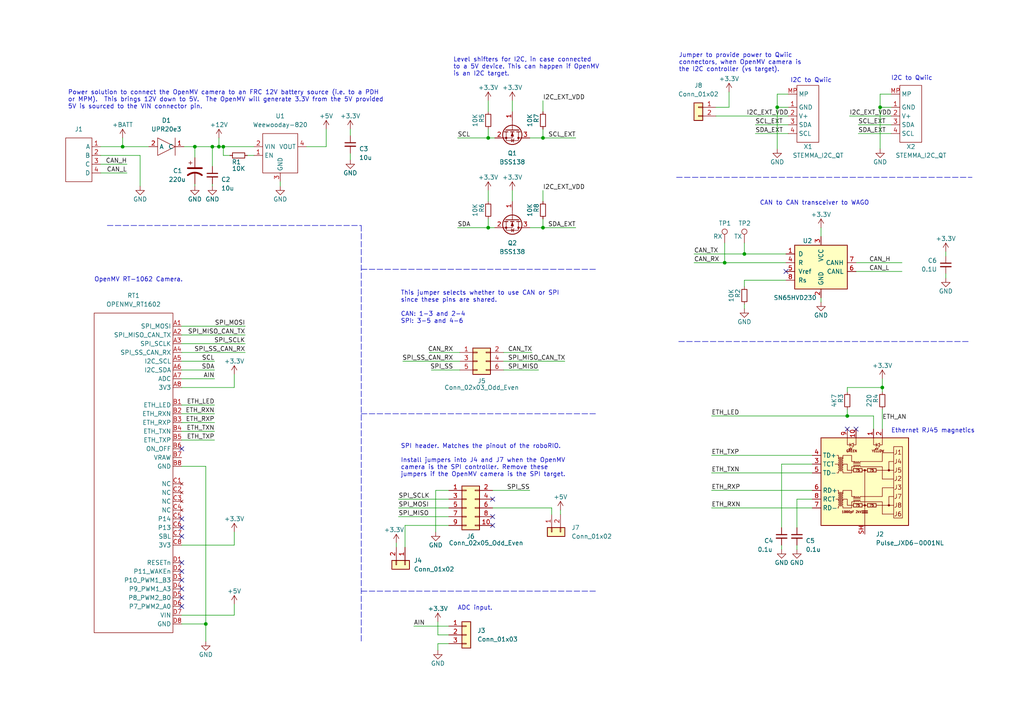
<source format=kicad_sch>
(kicad_sch (version 20211123) (generator eeschema)
  (paper "A4")
  (lib_symbols
    (symbol "Appreciate:OPENMV_RT1602"
      (property "Reference" "RT1602" (at -6.35 -43.18 0))
      (property "Value" "OPENMV_RT1602" (at 0 -48.26 0))
      (symbol "OPENMV_RT1602_0_1"
        (rectangle (start 10.16 -45.72) (end -12.7 46.99))
      )
      (symbol "OPENMV_RT1602_1_1"
        (pin passive line (at 12.7 43.18 180) (length 2.54) (name "SPI_MOSI") (number "A1"))
        (pin passive line (at 12.7 40.64 180) (length 2.54) (name "SPI_MISO_CAN_TX") (number "A2"))
        (pin passive line (at 12.7 38.1 180) (length 2.54) (name "SPI_SCLK") (number "A3"))
        (pin passive line (at 12.7 35.56 180) (length 2.54) (name "SPI_SS_CAN_RX") (number "A4"))
        (pin passive line (at 12.7 33.02 180) (length 2.54) (name "I2C_SCL") (number "A5"))
        (pin passive line (at 12.7 30.48 180) (length 2.54) (name "I2C_SDA") (number "A6"))
        (pin passive line (at 12.7 27.94 180) (length 2.54) (name "ADC") (number "A7"))
        (pin passive line (at 12.7 25.4 180) (length 2.54) (name "3V3") (number "A8"))
        (pin passive line (at 12.7 20.32 180) (length 2.54) (name "ETH_LED") (number "B1"))
        (pin passive line (at 12.7 17.78 180) (length 2.54) (name "ETH_RXN") (number "B2"))
        (pin passive line (at 12.7 15.24 180) (length 2.54) (name "ETH_RXP") (number "B3"))
        (pin passive line (at 12.7 12.7 180) (length 2.54) (name "ETH_TXN") (number "B4"))
        (pin passive line (at 12.7 10.16 180) (length 2.54) (name "ETH_TXP") (number "B5"))
        (pin passive line (at 12.7 7.62 180) (length 2.54) (name "ON_OFF") (number "B6"))
        (pin passive line (at 12.7 5.08 180) (length 2.54) (name "VRAW") (number "B7"))
        (pin passive line (at 12.7 2.54 180) (length 2.54) (name "GND") (number "B8"))
        (pin no_connect line (at 12.7 -2.54 180) (length 2.54) (name "NC") (number "C1"))
        (pin no_connect line (at 12.7 -5.08 180) (length 2.54) (name "NC") (number "C2"))
        (pin no_connect line (at 12.7 -7.62 180) (length 2.54) (name "NC") (number "C3"))
        (pin no_connect line (at 12.7 -10.16 180) (length 2.54) (name "NC") (number "C4"))
        (pin passive line (at 12.7 -12.7 180) (length 2.54) (name "P14") (number "C5"))
        (pin passive line (at 12.7 -15.24 180) (length 2.54) (name "P13") (number "C6"))
        (pin passive line (at 12.7 -17.78 180) (length 2.54) (name "SBL") (number "C7"))
        (pin passive line (at 12.7 -20.32 180) (length 2.54) (name "3V3") (number "C8"))
        (pin passive line (at 12.7 -25.4 180) (length 2.54) (name "RESETn") (number "D1"))
        (pin passive line (at 12.7 -27.94 180) (length 2.54) (name "P11_WAKEn") (number "D2"))
        (pin passive line (at 12.7 -30.48 180) (length 2.54) (name "P10_PWM1_B3") (number "D3"))
        (pin passive line (at 12.7 -33.02 180) (length 2.54) (name "P9_PWM1_A3") (number "D4"))
        (pin passive line (at 12.7 -35.56 180) (length 2.54) (name "P8_PWM2_B0") (number "D5"))
        (pin passive line (at 12.7 -38.1 180) (length 2.54) (name "P7_PWM2_A0") (number "D6"))
        (pin passive line (at 12.7 -40.64 180) (length 2.54) (name "VIN") (number "D7"))
        (pin passive line (at 12.7 -43.18 180) (length 2.54) (name "GND") (number "D8"))
      )
    )
    (symbol "Appreciate:STEMMA_I2C_QT"
      (property "Reference" "X" (at 2.54 20.32 0))
      (property "Value" "STEMMA_I2C_QT" (at 2.54 -2.54 0))
      (symbol "STEMMA_I2C_QT_0_1"
        (rectangle (start 0 16.51) (end 6.35 0))
      )
      (symbol "STEMMA_I2C_QT_1_1"
        (pin passive line (at -2.54 10.16 0) (length 2.54) (name "GND") (number "1"))
        (pin passive line (at -2.54 7.62 0) (length 2.54) (name "V+") (number "2"))
        (pin bidirectional line (at -2.54 5.08 0) (length 2.54) (name "SDA") (number "3"))
        (pin bidirectional line (at -2.54 2.54 0) (length 2.54) (name "SCL") (number "4"))
        (pin passive line (at -2.54 13.97 0) (length 2.54) (name "MP") (number "MP"))
      )
    )
    (symbol "Appreciate:UPR20e3"
      (property "Reference" "D" (at 0 0 0))
      (property "Value" "UPR20e3" (at 0 7.62 0))
      (symbol "UPR20e3_0_1"
        (polyline (pts (xy 2.54 6.35) (xy 2.54 1.27)))
        (polyline (pts (xy -2.54 6.35) (xy -2.54 1.27) (xy 2.54 3.81) (xy -2.54 6.35)))
      )
      (symbol "UPR20e3_1_1"
        (pin power_out line (at 5.08 3.81 180) (length 2.54) (name "C") (number "1"))
        (pin power_in line (at -5.08 3.81 0) (length 2.54) (name "A") (number "2"))
      )
    )
    (symbol "Appreciate:WAGO_250-204"
      (property "Reference" "X" (at -1.27 7.62 0))
      (property "Value" "WAGO_250-204" (at -1.27 -7.62 0))
      (symbol "WAGO_250-204_0_1"
        (rectangle (start -5.08 6.35) (end 2.54 -6.35))
      )
      (symbol "WAGO_250-204_1_1"
        (pin bidirectional line (at 5.08 3.81 180) (length 2.54) (name "A") (number "1"))
        (pin bidirectional line (at 5.08 1.27 180) (length 2.54) (name "B") (number "2"))
        (pin bidirectional line (at 5.08 -1.27 180) (length 2.54) (name "C") (number "3"))
        (pin bidirectional line (at 5.08 -3.81 180) (length 2.54) (name "D") (number "4"))
      )
    )
    (symbol "Appreciate:Weewooday-820"
      (property "Reference" "U" (at 0 10.16 0))
      (property "Value" "Weewooday-820" (at 0 13.97 0))
      (symbol "Weewooday-820_0_1"
        (rectangle (start -5.08 11.43) (end 5.08 0))
      )
      (symbol "Weewooday-820_1_1"
        (pin input line (at -7.62 5.08 0) (length 2.54) (name "EN") (number "1"))
        (pin power_in line (at -7.62 7.62 0) (length 2.54) (name "VIN") (number "2"))
        (pin input line (at 0 -2.54 90) (length 2.54) (name "GND") (number "3"))
        (pin power_out line (at 7.62 7.62 180) (length 2.54) (name "VOUT") (number "4"))
      )
    )
    (symbol "Connector:Pulse_JXD6-0001NL"
      (property "Reference" "J" (at 12.7 13.97 0))
      (property "Value" "Pulse_JXD6-0001NL" (at 10.414 -14.224 0))
      (symbol "Pulse_JXD6-0001NL_0_0"
        (rectangle (start -12.7 12.7) (end 12.7 -12.7) (stroke (width 0.254)) (fill (type background)))
        (polyline (pts (xy -3.302 -6.858) (xy -8.382 -6.858)))
        (polyline (pts (xy -3.302 3.302) (xy -8.382 3.302)))
        (polyline (pts (xy 8.382 -5.08) (xy 7.62 -5.08)))
        (polyline (pts (xy 8.636 5.08) (xy 7.62 5.08)))
        (polyline (pts (xy 1.27 -4.318) (xy -5.08 -4.318) (xy -5.08 -1.778) (xy -8.382 -1.778)))
        (polyline (pts (xy 1.27 5.842) (xy -5.08 5.842) (xy -5.08 8.382) (xy -8.382 8.382)))
        (polyline (pts (xy 3.302 -6.858) (xy 5.08 -6.858) (xy 5.08 -5.08) (xy 6.35 -5.08)))
        (polyline (pts (xy 3.302 3.302) (xy 5.08 3.302) (xy 5.08 5.08) (xy 6.35 5.08)))
        (text "1000pF 2kV" (at 3.81 -8.763 0) (effects (font (size 0.635 0.635))))
        (text "75" (at -2.032 -6.858 0) (effects (font (size 0.635 0.635))))
        (text "75" (at -2.032 3.302 0) (effects (font (size 0.635 0.635))))
        (text "75" (at 2.032 -6.858 0) (effects (font (size 0.635 0.635))))
        (text "75" (at 2.032 3.302 0) (effects (font (size 0.635 0.635))))
        (text "GREEN" (at 3.81 8.89 0) (effects (font (size 0.635 0.635))))
        (text "J1" (at -10.795 8.509 0) (effects (font (size 1.27 1.27)) (justify left)))
        (text "J2" (at -10.795 0.889 0) (effects (font (size 1.27 1.27)) (justify left)))
        (text "J3" (at -10.795 -1.651 0) (effects (font (size 1.27 1.27)) (justify left)))
        (text "J4" (at -10.795 5.842 0) (effects (font (size 1.27 1.27)) (justify left)))
        (text "J5" (at -10.795 3.302 0) (effects (font (size 1.27 1.27)) (justify left)))
        (text "J6" (at -10.795 -9.398 0) (effects (font (size 1.27 1.27)) (justify left)))
        (text "J7" (at -10.795 -4.318 0) (effects (font (size 1.27 1.27)) (justify left)))
        (text "J8" (at -10.795 -6.858 0) (effects (font (size 1.27 1.27)) (justify left)))
        (text "YELLOW" (at -3.81 8.89 0) (effects (font (size 0.635 0.635))))
      )
      (symbol "Pulse_JXD6-0001NL_0_1"
        (rectangle (start -8.382 -10.541) (end -10.922 10.16))
        (circle (center -6.985 -6.858) (radius 0.254) (fill (type outline)))
        (circle (center -6.985 3.302) (radius 0.254) (fill (type outline)))
        (rectangle (start -3.302 -7.366) (end -0.762 -6.35) (stroke (width 0.2032)))
        (rectangle (start -3.302 2.794) (end -0.762 3.81) (stroke (width 0.2032)))
        (circle (center 0 -6.858) (radius 0.254) (fill (type outline)))
        (polyline (pts (xy -5.08 -9.398) (xy -8.255 -9.398)))
        (polyline (pts (xy -5.08 0.762) (xy -8.255 0.762)))
        (polyline (pts (xy -3.556 9.398) (xy -4.064 9.906)))
        (polyline (pts (xy -3.302 11.176) (xy -3.302 10.16)))
        (polyline (pts (xy -3.048 9.398) (xy -3.556 9.906)))
        (polyline (pts (xy -0.762 -9.017) (xy 0.762 -9.017)) (stroke (width 0.3302)))
        (polyline (pts (xy -0.762 -8.509) (xy 0.762 -8.509)) (stroke (width 0.3048)))
        (polyline (pts (xy 0 3.302) (xy -0.762 3.302)))
        (polyline (pts (xy 0.762 -6.858) (xy -0.762 -6.858)))
        (polyline (pts (xy 1.27 -5.334) (xy 3.302 -5.334)))
        (polyline (pts (xy 1.27 4.826) (xy 3.302 4.826)))
        (polyline (pts (xy 3.302 -4.826) (xy 1.27 -4.826)))
        (polyline (pts (xy 3.302 5.334) (xy 1.27 5.334)))
        (polyline (pts (xy 4.064 9.398) (xy 3.556 9.906)))
        (polyline (pts (xy 4.318 11.176) (xy 4.318 10.16)))
        (polyline (pts (xy 4.572 9.398) (xy 4.064 9.906)))
        (polyline (pts (xy 6.858 -3.048) (xy 6.858 -7.112)))
        (polyline (pts (xy 6.858 7.112) (xy 6.858 3.048)))
        (polyline (pts (xy 7.112 -7.112) (xy 7.112 -3.048)))
        (polyline (pts (xy 7.112 3.048) (xy 7.112 7.112)))
        (polyline (pts (xy -6.985 -6.858) (xy -6.985 -4.318) (xy -8.255 -4.318)))
        (polyline (pts (xy -6.985 3.302) (xy -6.985 5.842) (xy -8.255 5.842)))
        (polyline (pts (xy -5.08 12.7) (xy -5.08 10.668) (xy -4.318 10.668)))
        (polyline (pts (xy -3.556 9.652) (xy -3.556 9.398) (xy -3.81 9.398)))
        (polyline (pts (xy -3.048 9.652) (xy -3.048 9.398) (xy -3.302 9.398)))
        (polyline (pts (xy -2.54 12.7) (xy -2.54 10.668) (xy -3.302 10.668)))
        (polyline (pts (xy 0 -12.7) (xy 0 3.302) (xy 0.635 3.302)))
        (polyline (pts (xy 1.27 -5.842) (xy -5.08 -5.842) (xy -5.08 -9.398)))
        (polyline (pts (xy 1.27 4.318) (xy -5.08 4.318) (xy -5.08 0.762)))
        (polyline (pts (xy 2.54 12.7) (xy 2.54 10.668) (xy 3.302 10.668)))
        (polyline (pts (xy 4.064 9.652) (xy 4.064 9.398) (xy 3.81 9.398)))
        (polyline (pts (xy 4.572 9.652) (xy 4.572 9.398) (xy 4.318 9.398)))
        (polyline (pts (xy 5.08 12.7) (xy 5.08 10.668) (xy 4.318 10.668)))
        (polyline (pts (xy 7.62 -7.112) (xy 7.62 -7.62) (xy 7.874 -7.62)))
        (polyline (pts (xy 7.62 -3.048) (xy 7.62 -2.54) (xy 7.874 -2.54)))
        (polyline (pts (xy 7.62 3.048) (xy 7.62 2.54) (xy 8.128 2.54)))
        (polyline (pts (xy 7.62 7.112) (xy 7.62 7.62) (xy 8.128 7.62)))
        (polyline (pts (xy -3.302 10.668) (xy -4.318 11.176) (xy -4.318 10.16) (xy -3.302 10.668)))
        (polyline (pts (xy 4.318 10.668) (xy 3.302 11.176) (xy 3.302 10.16) (xy 4.318 10.668)))
        (polyline (pts (xy 3.302 -4.318) (xy 3.81 -4.318) (xy 3.81 -2.54) (xy 6.35 -2.54) (xy 6.35 -3.048)))
        (polyline (pts (xy 3.302 5.842) (xy 3.81 5.842) (xy 3.81 7.62) (xy 6.35 7.62) (xy 6.35 7.112)))
        (polyline (pts (xy 6.35 -7.112) (xy 6.35 -7.62) (xy 3.81 -7.62) (xy 3.81 -5.842) (xy 3.302 -5.842)))
        (polyline (pts (xy 6.35 3.048) (xy 6.35 2.54) (xy 3.81 2.54) (xy 3.81 4.318) (xy 3.302 4.318)))
        (circle (center 0 3.302) (radius 0.254) (fill (type outline)))
        (rectangle (start 0.762 -7.366) (end 3.302 -6.35) (stroke (width 0.2032)))
        (rectangle (start 0.762 2.794) (end 3.302 3.81) (stroke (width 0.2032)))
        (arc (start 1.27 -4.318) (mid 1.524 -4.572) (end 1.778 -4.318))
        (arc (start 1.27 5.842) (mid 1.524 5.588) (end 1.778 5.842))
        (arc (start 1.778 -5.842) (mid 1.524 -5.588) (end 1.27 -5.842))
        (arc (start 1.778 -4.318) (mid 2.032 -4.572) (end 2.286 -4.318))
        (arc (start 1.778 4.318) (mid 1.524 4.572) (end 1.27 4.318))
        (arc (start 1.778 5.842) (mid 2.032 5.588) (end 2.286 5.842))
        (arc (start 2.286 -5.842) (mid 2.032 -5.588) (end 1.778 -5.842))
        (arc (start 2.286 -4.318) (mid 2.54 -4.572) (end 2.794 -4.318))
        (arc (start 2.286 4.318) (mid 2.032 4.572) (end 1.778 4.318))
        (arc (start 2.286 5.842) (mid 2.54 5.588) (end 2.794 5.842))
        (arc (start 2.794 -5.842) (mid 2.54 -5.588) (end 2.286 -5.842))
        (arc (start 2.794 -4.318) (mid 3.048 -4.572) (end 3.302 -4.318))
        (arc (start 2.794 4.318) (mid 2.54 4.572) (end 2.286 4.318))
        (arc (start 2.794 5.842) (mid 3.048 5.588) (end 3.302 5.842))
        (circle (center 3.048 -5.8674) (radius 0.0762) (stroke (width 0.0254)) (fill (type outline)))
        (circle (center 3.048 -4.2926) (radius 0.0762) (stroke (width 0.0254)) (fill (type outline)))
        (circle (center 3.048 4.2926) (radius 0.0762) (stroke (width 0.0254)) (fill (type outline)))
        (circle (center 3.048 5.8674) (radius 0.0762) (stroke (width 0.0254)) (fill (type outline)))
        (arc (start 3.302 -5.842) (mid 3.048 -5.588) (end 2.794 -5.842))
        (arc (start 3.302 4.318) (mid 3.048 4.572) (end 2.794 4.318))
        (circle (center 6.3246 -5.334) (radius 0.0762) (stroke (width 0.0254)) (fill (type outline)))
        (circle (center 6.3246 -3.302) (radius 0.0762) (stroke (width 0.0254)) (fill (type outline)))
        (circle (center 6.3246 4.826) (radius 0.0762) (stroke (width 0.0254)) (fill (type outline)))
        (circle (center 6.3246 6.858) (radius 0.0762) (stroke (width 0.0254)) (fill (type outline)))
        (arc (start 6.35 -7.112) (mid 6.604 -6.858) (end 6.35 -6.604))
        (arc (start 6.35 -6.604) (mid 6.604 -6.35) (end 6.35 -6.096))
        (arc (start 6.35 -6.096) (mid 6.604 -5.842) (end 6.35 -5.588))
        (arc (start 6.35 -5.588) (mid 6.604 -5.334) (end 6.35 -5.08))
        (arc (start 6.35 -5.08) (mid 6.604 -4.826) (end 6.35 -4.572))
        (arc (start 6.35 -4.572) (mid 6.604 -4.318) (end 6.35 -4.064))
        (arc (start 6.35 -4.064) (mid 6.604 -3.81) (end 6.35 -3.556))
        (arc (start 6.35 -3.556) (mid 6.604 -3.302) (end 6.35 -3.048))
        (arc (start 6.35 3.048) (mid 6.604 3.302) (end 6.35 3.556))
        (arc (start 6.35 3.556) (mid 6.604 3.81) (end 6.35 4.064))
        (arc (start 6.35 4.064) (mid 6.604 4.318) (end 6.35 4.572))
        (arc (start 6.35 4.572) (mid 6.604 4.826) (end 6.35 5.08))
        (arc (start 6.35 5.08) (mid 6.604 5.334) (end 6.35 5.588))
        (arc (start 6.35 5.588) (mid 6.604 5.842) (end 6.35 6.096))
        (arc (start 6.35 6.096) (mid 6.604 6.35) (end 6.35 6.604))
        (arc (start 6.35 6.604) (mid 6.604 6.858) (end 6.35 7.112))
        (arc (start 7.62 -6.604) (mid 7.366 -6.858) (end 7.62 -7.112))
        (arc (start 7.62 -6.096) (mid 7.366 -6.35) (end 7.62 -6.604))
        (arc (start 7.62 -5.588) (mid 7.366 -5.842) (end 7.62 -6.096))
        (arc (start 7.62 -5.08) (mid 7.366 -5.334) (end 7.62 -5.588))
        (arc (start 7.62 -4.572) (mid 7.366 -4.826) (end 7.62 -5.08))
        (arc (start 7.62 -4.064) (mid 7.366 -4.318) (end 7.62 -4.572))
        (arc (start 7.62 -3.556) (mid 7.366 -3.81) (end 7.62 -4.064))
        (arc (start 7.62 -3.048) (mid 7.366 -3.302) (end 7.62 -3.556))
        (arc (start 7.62 3.556) (mid 7.366 3.302) (end 7.62 3.048))
        (arc (start 7.62 4.064) (mid 7.366 3.81) (end 7.62 3.556))
        (arc (start 7.62 4.572) (mid 7.366 4.318) (end 7.62 4.064))
        (arc (start 7.62 5.08) (mid 7.366 4.826) (end 7.62 4.572))
        (arc (start 7.62 5.588) (mid 7.366 5.334) (end 7.62 5.08))
        (arc (start 7.62 6.096) (mid 7.366 5.842) (end 7.62 5.588))
        (arc (start 7.62 6.604) (mid 7.366 6.35) (end 7.62 6.096))
        (arc (start 7.62 7.112) (mid 7.366 6.858) (end 7.62 6.604))
        (circle (center 7.6454 -5.334) (radius 0.0762) (stroke (width 0.0254)) (fill (type outline)))
        (circle (center 7.6454 -3.302) (radius 0.0762) (stroke (width 0.0254)) (fill (type outline)))
        (circle (center 7.6454 4.826) (radius 0.0762) (stroke (width 0.0254)) (fill (type outline)))
        (circle (center 7.6454 6.858) (radius 0.0762) (stroke (width 0.0254)) (fill (type outline)))
      )
      (symbol "Pulse_JXD6-0001NL_1_1"
        (pin passive line (at -2.54 15.24 270) (length 2.54) (name "~") (number "1"))
        (pin passive line (at 2.54 15.24 270) (length 2.54) (name "~") (number "10"))
        (pin passive line (at -5.08 15.24 270) (length 2.54) (name "~") (number "2"))
        (pin passive line (at 15.24 5.08 180) (length 2.54) (name "TCT") (number "3"))
        (pin passive line (at 15.24 7.62 180) (length 2.54) (name "TD+") (number "4"))
        (pin passive line (at 15.24 2.54 180) (length 2.54) (name "TD-") (number "5"))
        (pin passive line (at 15.24 -2.54 180) (length 2.54) (name "RD+") (number "6"))
        (pin passive line (at 15.24 -7.62 180) (length 2.54) (name "RD-") (number "7"))
        (pin passive line (at 15.24 -5.08 180) (length 2.54) (name "RCT") (number "8"))
        (pin passive line (at 5.08 15.24 270) (length 2.54) (name "~") (number "9"))
        (pin passive line (at 0 -15.24 90) (length 2.54) (name "~") (number "SH"))
      )
    )
    (symbol "Connector:TestPoint" (pin_numbers hide) (pin_names (offset 0.762) hide)
      (property "Reference" "TP" (at 0 6.858 0))
      (property "Value" "TestPoint" (at 0 5.08 0))
      (symbol "TestPoint_0_1"
        (circle (center 0 3.302) (radius 0.762))
      )
      (symbol "TestPoint_1_1"
        (pin passive line (at 0 0 90) (length 2.54) (name "1") (number "1"))
      )
    )
    (symbol "Connector_Generic:Conn_01x02" (pin_names (offset 1.016) hide)
      (property "Reference" "J" (at 0 2.54 0))
      (property "Value" "Conn_01x02" (at 0 -5.08 0))
      (symbol "Conn_01x02_1_1"
        (rectangle (start -1.27 -2.413) (end 0 -2.667) (stroke (width 0.1524)))
        (rectangle (start -1.27 0.127) (end 0 -0.127) (stroke (width 0.1524)))
        (rectangle (start -1.27 1.27) (end 1.27 -3.81) (stroke (width 0.254)) (fill (type background)))
        (pin passive line (at -5.08 0 0) (length 3.81) (name "Pin_1") (number "1"))
        (pin passive line (at -5.08 -2.54 0) (length 3.81) (name "Pin_2") (number "2"))
      )
    )
    (symbol "Connector_Generic:Conn_01x03" (pin_names (offset 1.016) hide)
      (property "Reference" "J" (at 0 5.08 0))
      (property "Value" "Conn_01x03" (at 0 -5.08 0))
      (symbol "Conn_01x03_1_1"
        (rectangle (start -1.27 -2.413) (end 0 -2.667) (stroke (width 0.1524)))
        (rectangle (start -1.27 0.127) (end 0 -0.127) (stroke (width 0.1524)))
        (rectangle (start -1.27 2.667) (end 0 2.413) (stroke (width 0.1524)))
        (rectangle (start -1.27 3.81) (end 1.27 -3.81) (stroke (width 0.254)) (fill (type background)))
        (pin passive line (at -5.08 2.54 0) (length 3.81) (name "Pin_1") (number "1"))
        (pin passive line (at -5.08 0 0) (length 3.81) (name "Pin_2") (number "2"))
        (pin passive line (at -5.08 -2.54 0) (length 3.81) (name "Pin_3") (number "3"))
      )
    )
    (symbol "Connector_Generic:Conn_02x03_Odd_Even" (pin_names (offset 1.016) hide)
      (property "Reference" "J" (at 1.27 5.08 0))
      (property "Value" "Conn_02x03_Odd_Even" (at 1.27 -5.08 0))
      (symbol "Conn_02x03_Odd_Even_1_1"
        (rectangle (start -1.27 -2.413) (end 0 -2.667) (stroke (width 0.1524)))
        (rectangle (start -1.27 0.127) (end 0 -0.127) (stroke (width 0.1524)))
        (rectangle (start -1.27 2.667) (end 0 2.413) (stroke (width 0.1524)))
        (rectangle (start -1.27 3.81) (end 3.81 -3.81) (stroke (width 0.254)) (fill (type background)))
        (rectangle (start 3.81 -2.413) (end 2.54 -2.667) (stroke (width 0.1524)))
        (rectangle (start 3.81 0.127) (end 2.54 -0.127) (stroke (width 0.1524)))
        (rectangle (start 3.81 2.667) (end 2.54 2.413) (stroke (width 0.1524)))
        (pin passive line (at -5.08 2.54 0) (length 3.81) (name "Pin_1") (number "1"))
        (pin passive line (at 7.62 2.54 180) (length 3.81) (name "Pin_2") (number "2"))
        (pin passive line (at -5.08 0 0) (length 3.81) (name "Pin_3") (number "3"))
        (pin passive line (at 7.62 0 180) (length 3.81) (name "Pin_4") (number "4"))
        (pin passive line (at -5.08 -2.54 0) (length 3.81) (name "Pin_5") (number "5"))
        (pin passive line (at 7.62 -2.54 180) (length 3.81) (name "Pin_6") (number "6"))
      )
    )
    (symbol "Connector_Generic:Conn_02x05_Odd_Even" (pin_names (offset 1.016) hide)
      (property "Reference" "J" (at 1.27 7.62 0))
      (property "Value" "Conn_02x05_Odd_Even" (at 1.27 -7.62 0))
      (symbol "Conn_02x05_Odd_Even_1_1"
        (rectangle (start -1.27 -4.953) (end 0 -5.207) (stroke (width 0.1524)))
        (rectangle (start -1.27 -2.413) (end 0 -2.667) (stroke (width 0.1524)))
        (rectangle (start -1.27 0.127) (end 0 -0.127) (stroke (width 0.1524)))
        (rectangle (start -1.27 2.667) (end 0 2.413) (stroke (width 0.1524)))
        (rectangle (start -1.27 5.207) (end 0 4.953) (stroke (width 0.1524)))
        (rectangle (start -1.27 6.35) (end 3.81 -6.35) (stroke (width 0.254)) (fill (type background)))
        (rectangle (start 3.81 -4.953) (end 2.54 -5.207) (stroke (width 0.1524)))
        (rectangle (start 3.81 -2.413) (end 2.54 -2.667) (stroke (width 0.1524)))
        (rectangle (start 3.81 0.127) (end 2.54 -0.127) (stroke (width 0.1524)))
        (rectangle (start 3.81 2.667) (end 2.54 2.413) (stroke (width 0.1524)))
        (rectangle (start 3.81 5.207) (end 2.54 4.953) (stroke (width 0.1524)))
        (pin passive line (at -5.08 5.08 0) (length 3.81) (name "Pin_1") (number "1"))
        (pin passive line (at 7.62 -5.08 180) (length 3.81) (name "Pin_10") (number "10"))
        (pin passive line (at 7.62 5.08 180) (length 3.81) (name "Pin_2") (number "2"))
        (pin passive line (at -5.08 2.54 0) (length 3.81) (name "Pin_3") (number "3"))
        (pin passive line (at 7.62 2.54 180) (length 3.81) (name "Pin_4") (number "4"))
        (pin passive line (at -5.08 0 0) (length 3.81) (name "Pin_5") (number "5"))
        (pin passive line (at 7.62 0 180) (length 3.81) (name "Pin_6") (number "6"))
        (pin passive line (at -5.08 -2.54 0) (length 3.81) (name "Pin_7") (number "7"))
        (pin passive line (at 7.62 -2.54 180) (length 3.81) (name "Pin_8") (number "8"))
        (pin passive line (at -5.08 -5.08 0) (length 3.81) (name "Pin_9") (number "9"))
      )
    )
    (symbol "Device:C_Polarized_US" (pin_numbers hide) (pin_names (offset 0.254) hide)
      (property "Reference" "C" (at 0.635 2.54 0))
      (property "Value" "C_Polarized_US" (at 0.635 -2.54 0))
      (symbol "C_Polarized_US_0_1"
        (polyline (pts (xy -2.032 0.762) (xy 2.032 0.762)) (stroke (width 0.508)))
        (polyline (pts (xy -1.778 2.286) (xy -0.762 2.286)))
        (polyline (pts (xy -1.27 1.778) (xy -1.27 2.794)))
        (arc (start 2.032 -1.27) (mid 0 -0.5572) (end -2.032 -1.27) (stroke (width 0.508)))
      )
      (symbol "C_Polarized_US_1_1"
        (pin passive line (at 0 3.81 270) (length 2.794) (name "~") (number "1"))
        (pin passive line (at 0 -3.81 90) (length 3.302) (name "~") (number "2"))
      )
    )
    (symbol "Device:C_Small" (pin_numbers hide) (pin_names (offset 0.254) hide)
      (property "Reference" "C" (at 0.254 1.778 0))
      (property "Value" "C_Small" (at 0.254 -2.032 0))
      (symbol "C_Small_0_1"
        (polyline (pts (xy -1.524 -0.508) (xy 1.524 -0.508)) (stroke (width 0.3302)))
        (polyline (pts (xy -1.524 0.508) (xy 1.524 0.508)) (stroke (width 0.3048)))
      )
      (symbol "C_Small_1_1"
        (pin passive line (at 0 2.54 270) (length 2.032) (name "~") (number "1"))
        (pin passive line (at 0 -2.54 90) (length 2.032) (name "~") (number "2"))
      )
    )
    (symbol "Device:R_Small" (pin_numbers hide) (pin_names (offset 0.254) hide)
      (property "Reference" "R" (at 0.762 0.508 0))
      (property "Value" "R_Small" (at 0.762 -1.016 0))
      (symbol "R_Small_0_1"
        (rectangle (start -0.762 1.778) (end 0.762 -1.778) (stroke (width 0.2032)))
      )
      (symbol "R_Small_1_1"
        (pin passive line (at 0 2.54 270) (length 0.762) (name "~") (number "1"))
        (pin passive line (at 0 -2.54 90) (length 0.762) (name "~") (number "2"))
      )
    )
    (symbol "Interface_CAN_LIN:SN65HVD230" (pin_names (offset 1.016))
      (property "Reference" "U" (at -2.54 10.16 0))
      (property "Value" "SN65HVD230" (at -2.54 7.62 0))
      (symbol "SN65HVD230_0_1"
        (rectangle (start -7.62 5.08) (end 7.62 -7.62) (stroke (width 0.254)) (fill (type background)))
      )
      (symbol "SN65HVD230_1_1"
        (pin input line (at -10.16 2.54 0) (length 2.54) (name "D") (number "1"))
        (pin power_in line (at 0 -10.16 90) (length 2.54) (name "GND") (number "2"))
        (pin power_in line (at 0 7.62 270) (length 2.54) (name "VCC") (number "3"))
        (pin output line (at -10.16 0 0) (length 2.54) (name "R") (number "4"))
        (pin output line (at -10.16 -2.54 0) (length 2.54) (name "Vref") (number "5"))
        (pin bidirectional line (at 10.16 -2.54 180) (length 2.54) (name "CANL") (number "6"))
        (pin bidirectional line (at 10.16 0 180) (length 2.54) (name "CANH") (number "7"))
        (pin input line (at -10.16 -5.08 0) (length 2.54) (name "Rs") (number "8"))
      )
    )
    (symbol "Transistor_FET:BSS138" (pin_names hide)
      (property "Reference" "Q" (at 5.08 1.905 0))
      (property "Value" "BSS138" (at 5.08 0 0))
      (symbol "BSS138_0_1"
        (polyline (pts (xy 0.254 0) (xy -2.54 0)))
        (polyline (pts (xy 0.254 1.905) (xy 0.254 -1.905)) (stroke (width 0.254)))
        (polyline (pts (xy 0.762 -1.27) (xy 0.762 -2.286)) (stroke (width 0.254)))
        (polyline (pts (xy 0.762 0.508) (xy 0.762 -0.508)) (stroke (width 0.254)))
        (polyline (pts (xy 0.762 2.286) (xy 0.762 1.27)) (stroke (width 0.254)))
        (polyline (pts (xy 2.54 2.54) (xy 2.54 1.778)))
        (polyline (pts (xy 2.54 -2.54) (xy 2.54 0) (xy 0.762 0)))
        (polyline (pts (xy 0.762 -1.778) (xy 3.302 -1.778) (xy 3.302 1.778) (xy 0.762 1.778)))
        (polyline (pts (xy 1.016 0) (xy 2.032 0.381) (xy 2.032 -0.381) (xy 1.016 0)) (fill (type outline)))
        (polyline (pts (xy 2.794 0.508) (xy 2.921 0.381) (xy 3.683 0.381) (xy 3.81 0.254)))
        (polyline (pts (xy 3.302 0.381) (xy 2.921 -0.254) (xy 3.683 -0.254) (xy 3.302 0.381)))
        (circle (center 1.651 0) (radius 2.794) (stroke (width 0.254)))
        (circle (center 2.54 -1.778) (radius 0.254) (fill (type outline)))
        (circle (center 2.54 1.778) (radius 0.254) (fill (type outline)))
      )
      (symbol "BSS138_1_1"
        (pin input line (at -5.08 0 0) (length 2.54) (name "G") (number "1"))
        (pin passive line (at 2.54 -5.08 90) (length 2.54) (name "S") (number "2"))
        (pin passive line (at 2.54 5.08 270) (length 2.54) (name "D") (number "3"))
      )
    )
    (symbol "power:+12V" (power) (pin_names (offset 0))
      (property "Value" "+12V" (at 0 3.556 0))
      (symbol "+12V_0_1"
        (polyline (pts (xy -0.762 1.27) (xy 0 2.54)))
        (polyline (pts (xy 0 0) (xy 0 2.54)))
        (polyline (pts (xy 0 2.54) (xy 0.762 1.27)))
      )
      (symbol "+12V_1_1"
        (pin power_in line (at 0 0 90) (length 0) hide (name "+12V") (number "1"))
      )
    )
    (symbol "power:+3.3V" (power) (pin_names (offset 0))
      (property "Value" "+3.3V" (at 0 3.556 0))
      (symbol "+3.3V_0_1"
        (polyline (pts (xy -0.762 1.27) (xy 0 2.54)))
        (polyline (pts (xy 0 0) (xy 0 2.54)))
        (polyline (pts (xy 0 2.54) (xy 0.762 1.27)))
      )
      (symbol "+3.3V_1_1"
        (pin power_in line (at 0 0 90) (length 0) hide (name "+3.3V") (number "1"))
      )
    )
    (symbol "power:+5V" (power) (pin_names (offset 0))
      (property "Value" "+5V" (at 0 3.556 0))
      (symbol "+5V_0_1"
        (polyline (pts (xy -0.762 1.27) (xy 0 2.54)))
        (polyline (pts (xy 0 0) (xy 0 2.54)))
        (polyline (pts (xy 0 2.54) (xy 0.762 1.27)))
      )
      (symbol "+5V_1_1"
        (pin power_in line (at 0 0 90) (length 0) hide (name "+5V") (number "1"))
      )
    )
    (symbol "power:+BATT" (power) (pin_names (offset 0))
      (property "Value" "+BATT" (at 0 3.556 0))
      (symbol "+BATT_0_1"
        (polyline (pts (xy -0.762 1.27) (xy 0 2.54)))
        (polyline (pts (xy 0 0) (xy 0 2.54)))
        (polyline (pts (xy 0 2.54) (xy 0.762 1.27)))
      )
      (symbol "+BATT_1_1"
        (pin power_in line (at 0 0 90) (length 0) hide (name "+BATT") (number "1"))
      )
    )
    (symbol "power:GND" (power) (pin_names (offset 0))
      (property "Value" "GND" (at 0 -3.81 0))
      (symbol "GND_0_1"
        (polyline (pts (xy 0 0) (xy 0 -1.27) (xy 1.27 -1.27) (xy 0 -2.54) (xy -1.27 -1.27) (xy 0 -1.27)))
      )
      (symbol "GND_1_1"
        (pin power_in line (at 0 0 270) (length 0) hide (name "GND") (number "1"))
      )
    )
  )
  (junction (at 59.69 180.975))
  (junction (at 255.905 112.395))
  (junction (at 141.605 66.04))
  (junction (at 210.185 76.2))
  (junction (at 61.595 42.545))
  (junction (at 255.27 31.115))
  (junction (at 141.605 40.005))
  (junction (at 157.48 66.04))
  (junction (at 35.56 42.545))
  (junction (at 215.9 73.66))
  (junction (at 56.515 42.545))
  (junction (at 63.5 42.545))
  (junction (at 225.425 31.115))
  (junction (at 64.77 42.545))
  (junction (at 157.48 40.005))
  (junction (at 245.745 120.65))
  (no_connect (at 142.875 149.86))
  (no_connect (at 142.875 152.4))
  (no_connect (at 142.875 144.78))
  (no_connect (at 227.965 78.74))
  (no_connect (at 248.285 124.46))
  (no_connect (at 245.745 124.46))
  (no_connect (at 52.705 153.035))
  (no_connect (at 52.705 130.175))
  (no_connect (at 52.705 150.495))
  (no_connect (at 52.705 163.195))
  (no_connect (at 52.705 155.575))
  (no_connect (at 52.705 173.355))
  (no_connect (at 52.705 170.815))
  (no_connect (at 52.705 168.275))
  (no_connect (at 52.705 165.735))
  (no_connect (at 52.705 175.895))
  (polyline (pts (xy 196.215 51.435) (xy 281.94 51.435)))
  (wire (pts (xy 215.9 81.28) (xy 227.965 81.28)))
  (wire (pts (xy 231.14 153.035) (xy 231.14 144.78)))
  (wire (pts (xy 52.705 94.615) (xy 71.12 94.615)))
  (wire (pts (xy 219.075 38.735) (xy 228.6 38.735)))
  (wire (pts (xy 215.9 83.185) (xy 215.9 81.28)))
  (wire (pts (xy 142.875 147.32) (xy 160.02 147.32)))
  (wire (pts (xy 116.84 104.775) (xy 133.35 104.775)))
  (wire (pts (xy 255.905 118.745) (xy 255.905 124.46)))
  (wire (pts (xy 255.27 31.115) (xy 258.445 31.115)))
  (wire (pts (xy 29.21 45.085) (xy 40.64 45.085)))
  (wire (pts (xy 52.705 97.155) (xy 71.12 97.155)))
  (wire (pts (xy 157.48 63.5) (xy 157.48 66.04)))
  (wire (pts (xy 245.745 118.745) (xy 245.745 120.65)))
  (wire (pts (xy 67.945 158.115) (xy 52.705 158.115)))
  (wire (pts (xy 130.175 152.4) (xy 117.475 152.4)))
  (wire (pts (xy 71.755 45.085) (xy 73.66 45.085)))
  (wire (pts (xy 132.715 66.04) (xy 141.605 66.04)))
  (wire (pts (xy 225.425 27.305) (xy 225.425 31.115)))
  (wire (pts (xy 226.695 158.115) (xy 226.695 159.385)))
  (wire (pts (xy 29.21 50.165) (xy 36.83 50.165)))
  (wire (pts (xy 67.945 112.395) (xy 52.705 112.395)))
  (wire (pts (xy 126.365 142.24) (xy 126.365 154.305)))
  (wire (pts (xy 157.48 29.21) (xy 157.48 32.385)))
  (wire (pts (xy 115.57 144.78) (xy 130.175 144.78)))
  (wire (pts (xy 127 186.69) (xy 130.175 186.69)))
  (wire (pts (xy 52.705 99.695) (xy 71.12 99.695)))
  (wire (pts (xy 59.69 180.975) (xy 59.69 186.055)))
  (wire (pts (xy 274.32 73.025) (xy 274.32 74.295)))
  (wire (pts (xy 238.125 86.36) (xy 238.125 87.63)))
  (wire (pts (xy 66.675 45.085) (xy 64.77 45.085)))
  (wire (pts (xy 146.05 102.235) (xy 154.305 102.235)))
  (wire (pts (xy 59.69 135.255) (xy 59.69 180.975)))
  (wire (pts (xy 40.64 53.975) (xy 40.64 45.085)))
  (wire (pts (xy 127 188.595) (xy 127 186.69)))
  (wire (pts (xy 81.28 52.705) (xy 81.28 53.975)))
  (polyline (pts (xy 104.775 78.105) (xy 172.72 78.105)))
  (wire (pts (xy 142.875 142.24) (xy 153.67 142.24)))
  (wire (pts (xy 246.38 33.655) (xy 258.445 33.655)))
  (wire (pts (xy 35.56 40.005) (xy 35.56 42.545)))
  (wire (pts (xy 52.705 120.015) (xy 62.23 120.015)))
  (wire (pts (xy 248.92 38.735) (xy 258.445 38.735)))
  (wire (pts (xy 127 184.15) (xy 130.175 184.15)))
  (wire (pts (xy 52.705 135.255) (xy 59.69 135.255)))
  (wire (pts (xy 253.365 124.46) (xy 253.365 120.65)))
  (wire (pts (xy 148.59 55.245) (xy 148.59 58.42)))
  (wire (pts (xy 101.6 44.45) (xy 101.6 46.355)))
  (wire (pts (xy 120.015 181.61) (xy 130.175 181.61)))
  (wire (pts (xy 63.5 40.005) (xy 63.5 42.545)))
  (wire (pts (xy 52.705 127.635) (xy 62.23 127.635)))
  (wire (pts (xy 115.57 147.32) (xy 130.175 147.32)))
  (wire (pts (xy 101.6 37.465) (xy 101.6 39.37)))
  (wire (pts (xy 207.645 31.115) (xy 211.455 31.115)))
  (wire (pts (xy 127 180.34) (xy 127 184.15)))
  (wire (pts (xy 157.48 66.04) (xy 167.005 66.04)))
  (wire (pts (xy 255.27 31.115) (xy 255.27 43.18)))
  (wire (pts (xy 67.945 108.585) (xy 67.945 112.395)))
  (wire (pts (xy 53.34 42.545) (xy 56.515 42.545)))
  (polyline (pts (xy 31.115 65.405) (xy 104.775 65.405)))
  (wire (pts (xy 215.9 73.66) (xy 227.965 73.66)))
  (wire (pts (xy 141.605 63.5) (xy 141.605 66.04)))
  (wire (pts (xy 52.705 102.235) (xy 71.12 102.235)))
  (wire (pts (xy 52.705 117.475) (xy 62.23 117.475)))
  (wire (pts (xy 126.365 142.24) (xy 130.175 142.24)))
  (wire (pts (xy 64.77 42.545) (xy 73.66 42.545)))
  (wire (pts (xy 153.67 40.005) (xy 157.48 40.005)))
  (wire (pts (xy 211.455 31.115) (xy 211.455 26.67)))
  (wire (pts (xy 225.425 31.115) (xy 228.6 31.115)))
  (wire (pts (xy 157.48 37.465) (xy 157.48 40.005)))
  (wire (pts (xy 248.92 36.195) (xy 258.445 36.195)))
  (wire (pts (xy 215.9 70.485) (xy 215.9 73.66)))
  (polyline (pts (xy 104.775 120.015) (xy 172.72 120.015)))
  (wire (pts (xy 146.05 107.315) (xy 156.21 107.315)))
  (wire (pts (xy 67.945 154.305) (xy 67.945 158.115)))
  (wire (pts (xy 35.56 42.545) (xy 43.18 42.545)))
  (wire (pts (xy 162.56 147.955) (xy 162.56 149.225)))
  (wire (pts (xy 29.21 47.625) (xy 36.83 47.625)))
  (wire (pts (xy 94.615 37.465) (xy 94.615 42.545)))
  (wire (pts (xy 63.5 42.545) (xy 64.77 42.545)))
  (wire (pts (xy 114.935 157.48) (xy 114.935 158.75)))
  (wire (pts (xy 206.375 120.65) (xy 245.745 120.65)))
  (wire (pts (xy 56.515 53.34) (xy 56.515 53.975)))
  (wire (pts (xy 61.595 42.545) (xy 61.595 48.26)))
  (wire (pts (xy 61.595 53.34) (xy 61.595 53.975)))
  (wire (pts (xy 245.745 113.665) (xy 245.745 112.395)))
  (wire (pts (xy 248.285 76.2) (xy 261.62 76.2)))
  (wire (pts (xy 255.27 27.305) (xy 255.27 31.115)))
  (polyline (pts (xy 104.775 65.405) (xy 104.775 186.055)))
  (wire (pts (xy 141.605 40.005) (xy 143.51 40.005)))
  (wire (pts (xy 117.475 152.4) (xy 117.475 158.75)))
  (wire (pts (xy 52.705 125.095) (xy 62.23 125.095)))
  (wire (pts (xy 238.125 66.04) (xy 238.125 68.58)))
  (wire (pts (xy 231.14 158.115) (xy 231.14 159.385)))
  (wire (pts (xy 132.715 40.005) (xy 141.605 40.005)))
  (wire (pts (xy 201.295 73.66) (xy 215.9 73.66)))
  (wire (pts (xy 226.695 134.62) (xy 235.585 134.62)))
  (wire (pts (xy 141.605 66.04) (xy 143.51 66.04)))
  (wire (pts (xy 67.945 178.435) (xy 67.945 175.26)))
  (wire (pts (xy 115.57 149.86) (xy 130.175 149.86)))
  (wire (pts (xy 141.605 55.245) (xy 141.605 58.42)))
  (wire (pts (xy 52.705 122.555) (xy 62.23 122.555)))
  (wire (pts (xy 153.67 66.04) (xy 157.48 66.04)))
  (wire (pts (xy 215.9 88.265) (xy 215.9 89.535)))
  (wire (pts (xy 206.375 147.32) (xy 235.585 147.32)))
  (wire (pts (xy 56.515 42.545) (xy 61.595 42.545)))
  (wire (pts (xy 255.905 109.855) (xy 255.905 112.395)))
  (wire (pts (xy 125.095 107.315) (xy 133.35 107.315)))
  (wire (pts (xy 94.615 42.545) (xy 88.9 42.545)))
  (wire (pts (xy 141.605 37.465) (xy 141.605 40.005)))
  (wire (pts (xy 56.515 42.545) (xy 56.515 45.72)))
  (wire (pts (xy 227.965 76.2) (xy 210.185 76.2)))
  (wire (pts (xy 52.705 109.855) (xy 62.23 109.855)))
  (wire (pts (xy 124.46 102.235) (xy 133.35 102.235)))
  (wire (pts (xy 29.21 42.545) (xy 35.56 42.545)))
  (wire (pts (xy 52.705 178.435) (xy 67.945 178.435)))
  (wire (pts (xy 207.645 33.655) (xy 228.6 33.655)))
  (wire (pts (xy 206.375 137.16) (xy 235.585 137.16)))
  (wire (pts (xy 157.48 40.005) (xy 167.005 40.005)))
  (wire (pts (xy 160.02 147.32) (xy 160.02 149.225)))
  (wire (pts (xy 219.075 36.195) (xy 228.6 36.195)))
  (wire (pts (xy 245.745 112.395) (xy 255.905 112.395)))
  (wire (pts (xy 210.185 76.2) (xy 201.295 76.2)))
  (wire (pts (xy 206.375 142.24) (xy 235.585 142.24)))
  (wire (pts (xy 228.6 27.305) (xy 225.425 27.305)))
  (wire (pts (xy 148.59 29.21) (xy 148.59 32.385)))
  (wire (pts (xy 206.375 132.08) (xy 235.585 132.08)))
  (wire (pts (xy 157.48 55.245) (xy 157.48 58.42)))
  (wire (pts (xy 248.285 78.74) (xy 261.62 78.74)))
  (wire (pts (xy 52.705 180.975) (xy 59.69 180.975)))
  (wire (pts (xy 225.425 31.115) (xy 225.425 43.18)))
  (wire (pts (xy 210.185 70.485) (xy 210.185 76.2)))
  (wire (pts (xy 64.77 45.085) (xy 64.77 42.545)))
  (wire (pts (xy 52.705 104.775) (xy 62.23 104.775)))
  (wire (pts (xy 255.905 112.395) (xy 255.905 113.665)))
  (wire (pts (xy 258.445 27.305) (xy 255.27 27.305)))
  (polyline (pts (xy 196.85 99.06) (xy 281.305 99.06)))
  (wire (pts (xy 141.605 29.21) (xy 141.605 32.385)))
  (wire (pts (xy 245.745 120.65) (xy 253.365 120.65)))
  (wire (pts (xy 274.32 79.375) (xy 274.32 80.645)))
  (wire (pts (xy 226.695 153.035) (xy 226.695 134.62)))
  (wire (pts (xy 61.595 42.545) (xy 63.5 42.545)))
  (wire (pts (xy 146.05 104.775) (xy 163.83 104.775)))
  (polyline (pts (xy 104.775 171.45) (xy 172.72 171.45)))
  (wire (pts (xy 52.705 107.315) (xy 62.23 107.315)))
  (wire (pts (xy 231.14 144.78) (xy 235.585 144.78)))
  (text "ADC input." (at 132.715 177.165 0) (effects (font (size 1.27 1.27)) (justify left bottom)))
  (text "Ethernet RJ45 magnetics\n" (at 258.445 125.73 0) (effects (font (size 1.27 1.27)) (justify left bottom)))
  (text "This jumper selects whether to use CAN or SPI\nsince these pins are shared.\n\nCAN: 1-3 and 2-4\nSPI: 3-5 and 4-6" (at 116.205 93.98 0) (effects (font (size 1.27 1.27)) (justify left bottom)))
  (text "Level shifters for I2C, in case connected\nto a 5V device. This can happen if OpenMV\nis an I2C target." (at 131.445 22.225 0) (effects (font (size 1.27 1.27)) (justify left bottom)))
  (text "CAN to CAN transceiver to WAGO" (at 220.345 59.69 0) (effects (font (size 1.27 1.27)) (justify left bottom)))
  (text "OpenMV RT-1062 Camera." (at 27.305 81.915 0) (effects (font (size 1.27 1.27)) (justify left bottom)))
  (text "SPI header. Matches the pinout of the roboRIO.\n\nInstall jumpers into J4 and J7 when the OpenMV\ncamera is the SPI controller. Remove these\njumpers if the OpenMV camera is the SPI target." (at 116.205 138.43 0) (effects (font (size 1.27 1.27)) (justify left bottom)))
  (text "Power solution to connect the OpenMV camera to an FRC 12V battery source (i.e. to a PDH\nor MPM).  This brings 12V down to 5V.  The OpenMV will generate 3.3V from the 5V provided\n5V is sourced to the VIN connector pin." (at 19.685 31.75 0) (effects (font (size 1.27 1.27)) (justify left bottom)))
  (text "Jumper to provide power to Qwiic\nconnectors, when OpenMV camera is\nthe I2C controller (vs target)." (at 196.85 20.955 0) (effects (font (size 1.27 1.27)) (justify left bottom)))
  (text "I2C to Qwiic" (at 229.235 24.13 0) (effects (font (size 1.27 1.27)) (justify left bottom)))
  (text "I2C to Qwiic" (at 258.445 23.495 0) (effects (font (size 1.27 1.27)) (justify left bottom)))
  (label "SPI_SCLK" (at 115.57 144.78 0))
  (label "CAN_H" (at 252.095 76.2 0))
  (label "SPI_MOSI" (at 71.12 94.615 180))
  (label "SCL_EXT" (at 167.005 40.005 180))
  (label "SDA_EXT" (at 167.005 66.04 180))
  (label "SDA_EXT" (at 248.92 38.735 0))
  (label "SPI_MISO_CAN_TX" (at 71.12 97.155 180))
  (label "ETH_AN" (at 255.905 121.92 0))
  (label "CAN_H" (at 36.83 47.625 180))
  (label "CAN_RX" (at 131.445 102.235 180))
  (label "ETH_TXP" (at 62.23 127.635 180))
  (label "CAN_L" (at 252.095 78.74 0))
  (label "SPI_SS" (at 153.67 142.24 180))
  (label "SPI_MISO" (at 115.57 149.86 0))
  (label "I2C_EXT_VDD" (at 157.48 55.245 0))
  (label "ETH_LED" (at 206.375 120.65 0))
  (label "ETH_TXN" (at 206.375 137.16 0))
  (label "ETH_LED" (at 62.23 117.475 180))
  (label "CAN_RX" (at 201.295 76.2 0))
  (label "I2C_EXT_VDD" (at 246.38 33.655 0))
  (label "SPI_SS_CAN_RX" (at 131.445 104.775 180))
  (label "CAN_L" (at 36.83 50.165 180))
  (label "SPI_MISO" (at 147.32 107.315 0))
  (label "SCL" (at 62.23 104.775 180))
  (label "ETH_RXN" (at 206.375 147.32 0))
  (label "SPI_SS_CAN_RX" (at 71.12 102.235 180))
  (label "ETH_RXN" (at 62.23 120.015 180))
  (label "I2C_EXT_VDD" (at 216.535 33.655 0))
  (label "SPI_MISO_CAN_TX" (at 147.32 104.775 0))
  (label "AIN" (at 120.015 181.61 0))
  (label "SPI_MOSI" (at 115.57 147.32 0))
  (label "ETH_TXP" (at 206.375 132.08 0))
  (label "I2C_EXT_VDD" (at 157.48 29.21 0))
  (label "SCL_EXT" (at 248.92 36.195 0))
  (label "CAN_TX" (at 201.295 73.66 0))
  (label "SDA" (at 62.23 107.315 180))
  (label "SDA" (at 132.715 66.04 0))
  (label "SCL_EXT" (at 219.075 36.195 0))
  (label "ETH_RXP" (at 62.23 122.555 180))
  (label "ETH_RXP" (at 206.375 142.24 0))
  (label "SPI_SS" (at 131.445 107.315 180))
  (label "ETH_TXN" (at 62.23 125.095 180))
  (label "SPI_SCLK" (at 71.12 99.695 180))
  (label "SCL" (at 132.715 40.005 0))
  (label "SDA_EXT" (at 219.075 38.735 0))
  (label "AIN" (at 62.23 109.855 180))
  (label "CAN_TX" (at 147.32 102.235 0))
  (symbol (lib_id "Device:R_Small") (at 157.48 34.925 0) (unit 1)
    (property "Reference" "R7" (at 155.575 34.29 90))
    (property "Value" "10K" (at 153.67 34.925 90))
    (property "Footprint" "Resistor_SMD:R_1206_3216Metric" (effects hide))
  )
  (symbol (lib_id "power:GND") (at 127 188.595 0) (unit 1)
    (property "Reference" "#PWR012" (effects hide))
    (property "Value" "GND" (at 127 192.405 0))
  )
  (symbol (lib_id "Device:R_Small") (at 157.48 60.96 0) (unit 1)
    (property "Reference" "R8" (at 155.575 60.325 90))
    (property "Value" "10K" (at 153.67 60.96 90))
    (property "Footprint" "Resistor_SMD:R_1206_3216Metric" (effects hide))
  )
  (symbol (lib_id "Appreciate:UPR20e3") (at 48.26 46.355 0) (unit 1)
    (property "Reference" "D1" (at 48.26 34.925 0))
    (property "Value" "UPR20e3" (at 48.26 37.465 0))
    (property "Footprint" "Appreciate:DO-216" (effects hide))
  )
  (symbol (lib_id "Connector_Generic:Conn_01x02") (at 202.565 31.115 0) (mirror y) (unit 1)
    (property "Reference" "J8" (at 202.565 24.765 0))
    (property "Value" "Conn_01x02" (at 202.565 27.305 0))
    (property "Footprint" "Connector_PinHeader_2.54mm:PinHeader_1x02_P2.54mm_Vertical" (effects hide))
  )
  (symbol (lib_id "power:GND") (at 225.425 43.18 0) (unit 1)
    (property "Reference" "#PWR0119" (effects hide))
    (property "Value" "GND" (at 225.425 46.99 0))
  )
  (symbol (lib_id "Interface_CAN_LIN:SN65HVD230") (at 238.125 76.2 0) (unit 1)
    (property "Reference" "U2" (at 235.585 69.85 0) (effects (justify right)))
    (property "Value" "SN65HVD230" (at 236.855 86.36 0) (effects (justify right)))
    (property "Footprint" "Package_SO:SOIC-8_3.9x4.9mm_P1.27mm" (effects hide))
    (property "Datasheet" "http://www.ti.com/lit/ds/symlink/sn65hvd230.pdf" (effects hide))
  )
  (symbol (lib_id "power:GND") (at 40.64 53.975 0) (unit 1)
    (property "Reference" "#PWR0111" (effects hide))
    (property "Value" "GND" (at 40.64 57.785 0))
  )
  (symbol (lib_id "power:+3.3V") (at 211.455 26.67 0) (mirror y) (unit 1)
    (property "Reference" "#PWR0121" (effects hide))
    (property "Value" "+3.3V" (at 211.455 22.86 0))
  )
  (symbol (lib_id "power:+3.3V") (at 67.945 108.585 0) (mirror y) (unit 1)
    (property "Reference" "#PWR0102" (effects hide))
    (property "Value" "+3.3V" (at 67.945 104.775 0))
  )
  (symbol (lib_id "power:+3.3V") (at 148.59 29.21 0) (mirror y) (unit 1)
    (property "Reference" "#PWR07" (effects hide))
    (property "Value" "+3.3V" (at 148.59 25.4 0))
  )
  (symbol (lib_id "Connector_Generic:Conn_02x05_Odd_Even") (at 135.255 147.32 0) (unit 1)
    (property "Reference" "J6" (at 136.525 155.575 0))
    (property "Value" "Conn_02x05_Odd_Even" (at 140.97 157.48 0))
    (property "Footprint" "Connector_PinHeader_2.54mm:PinHeader_2x05_P2.54mm_Vertical" (effects hide))
  )
  (symbol (lib_id "power:GND") (at 238.125 87.63 0) (mirror y) (unit 1)
    (property "Reference" "#PWR0107" (effects hide))
    (property "Value" "GND" (at 238.125 91.44 0))
  )
  (symbol (lib_id "Device:R_Small") (at 255.905 116.205 0) (unit 1)
    (property "Reference" "R4" (at 254 115.57 90))
    (property "Value" "220" (at 252.095 116.205 90))
    (property "Footprint" "Resistor_SMD:R_1206_3216Metric" (effects hide))
  )
  (symbol (lib_id "Device:C_Small") (at 274.32 76.835 0) (mirror y) (unit 1)
    (property "Reference" "C6" (at 271.78 75.5712 0) (effects (justify left)))
    (property "Value" "0.1U" (at 271.78 78.1112 0) (effects (justify left)))
    (property "Footprint" "Capacitor_SMD:C_1206_3216Metric" (effects hide))
  )
  (symbol (lib_id "power:GND") (at 274.32 80.645 0) (mirror y) (unit 1)
    (property "Reference" "#PWR0118" (effects hide))
    (property "Value" "GND" (at 274.32 84.455 0))
  )
  (symbol (lib_id "power:GND") (at 231.14 159.385 0) (unit 1)
    (property "Reference" "#PWR0110" (effects hide))
    (property "Value" "GND" (at 231.14 163.195 0))
  )
  (symbol (lib_id "power:+3.3V") (at 238.125 66.04 0) (mirror y) (unit 1)
    (property "Reference" "#PWR0105" (effects hide))
    (property "Value" "+3.3V" (at 238.125 62.23 0))
  )
  (symbol (lib_id "Appreciate:STEMMA_I2C_QT") (at 231.14 41.275 0) (unit 1)
    (property "Reference" "X1" (at 233.045 42.545 0) (effects (justify left)))
    (property "Value" "STEMMA_I2C_QT" (at 229.87 45.085 0) (effects (justify left)))
    (property "Footprint" "Connector_JST:JST_SH_BM04B-SRSS-TB_1x04-1MP_P1.00mm_Vertical" (effects hide))
    (property "Datasheet" "https://www.jst-mfg.com/product/pdf/eng/eSH.pdf" (effects hide))
    (property "LCSC" "C545725" (effects hide))
  )
  (symbol (lib_id "power:+3.3V") (at 67.945 154.305 0) (mirror y) (unit 1)
    (property "Reference" "#PWR0101" (effects hide))
    (property "Value" "+3.3V" (at 67.945 150.495 0))
  )
  (symbol (lib_id "power:+3.3V") (at 255.905 109.855 0) (mirror y) (unit 1)
    (property "Reference" "#PWR0108" (effects hide))
    (property "Value" "+3.3V" (at 255.905 106.045 0))
  )
  (symbol (lib_id "power:+5V") (at 67.945 175.26 0) (unit 1)
    (property "Reference" "#PWR0103" (effects hide))
    (property "Value" "+5V" (at 67.945 171.45 0))
  )
  (symbol (lib_id "Transistor_FET:BSS138") (at 148.59 37.465 270) (unit 1)
    (property "Reference" "Q1" (at 148.59 44.45 90))
    (property "Value" "BSS138" (at 148.59 46.99 90))
    (property "Footprint" "Package_TO_SOT_SMD:SOT-23" (effects hide))
    (property "Datasheet" "https://www.onsemi.com/pub/Collateral/BSS138-D.PDF" (effects hide))
  )
  (symbol (lib_id "power:GND") (at 56.515 53.975 0) (unit 1)
    (property "Reference" "#PWR0114" (effects hide))
    (property "Value" "GND" (at 56.515 57.785 0))
  )
  (symbol (lib_id "power:+3.3V") (at 127 180.34 0) (mirror y) (unit 1)
    (property "Reference" "#PWR011" (effects hide))
    (property "Value" "+3.3V" (at 127 176.53 0))
  )
  (symbol (lib_id "Connector_Generic:Conn_01x03") (at 135.255 184.15 0) (unit 1)
    (property "Reference" "J3" (at 138.43 182.8799 0) (effects (justify left)))
    (property "Value" "Conn_01x03" (at 138.43 185.4199 0) (effects (justify left)))
    (property "Footprint" "Connector_PinHeader_2.54mm:PinHeader_1x03_P2.54mm_Vertical" (effects hide))
  )
  (symbol (lib_id "Device:C_Small") (at 101.6 41.91 0) (unit 1)
    (property "Reference" "C3" (at 104.14 43.18 0) (effects (justify left)))
    (property "Value" "10u" (at 104.14 45.72 0) (effects (justify left)))
    (property "Footprint" "Capacitor_SMD:C_1206_3216Metric" (effects hide))
    (property "LCSC" "C14860" (effects hide))
  )
  (symbol (lib_id "power:+3.3V") (at 274.32 73.025 0) (mirror y) (unit 1)
    (property "Reference" "#PWR0120" (effects hide))
    (property "Value" "+3.3V" (at 274.32 69.215 0))
  )
  (symbol (lib_id "Device:C_Small") (at 231.14 155.575 0) (unit 1)
    (property "Reference" "C5" (at 233.68 156.845 0) (effects (justify left)))
    (property "Value" "0.1u" (at 233.68 159.385 0) (effects (justify left)))
    (property "Footprint" "Capacitor_SMD:C_1206_3216Metric" (effects hide))
    (property "LCSC" "C14860" (effects hide))
  )
  (symbol (lib_id "power:GND") (at 81.28 53.975 0) (unit 1)
    (property "Reference" "#PWR0113" (effects hide))
    (property "Value" "GND" (at 81.28 57.785 0))
  )
  (symbol (lib_id "power:+3.3V") (at 114.935 157.48 0) (mirror y) (unit 1)
    (property "Reference" "#PWR01" (effects hide))
    (property "Value" "+3.3V" (at 114.3 153.67 0))
  )
  (symbol (lib_id "Device:C_Small") (at 226.695 155.575 0) (unit 1)
    (property "Reference" "C4" (at 221.615 156.845 0) (effects (justify left)))
    (property "Value" "0.1u" (at 219.71 159.385 0) (effects (justify left)))
    (property "Footprint" "Capacitor_SMD:C_1206_3216Metric" (effects hide))
    (property "LCSC" "C14860" (effects hide))
  )
  (symbol (lib_id "power:GND") (at 101.6 46.355 0) (unit 1)
    (property "Reference" "#PWR0117" (effects hide))
    (property "Value" "GND" (at 101.6 50.165 0))
  )
  (symbol (lib_id "power:GND") (at 126.365 154.305 0) (mirror y) (unit 1)
    (property "Reference" "#PWR02" (effects hide))
    (property "Value" "GND" (at 126.365 158.115 0))
  )
  (symbol (lib_id "Device:C_Polarized_US") (at 56.515 49.53 0) (unit 1)
    (property "Reference" "C1" (at 50.165 49.53 0) (effects (justify left)))
    (property "Value" "220u" (at 48.895 52.07 0) (effects (justify left)))
    (property "Footprint" "Capacitor_SMD:CP_Elec_6.3x7.7" (effects hide))
    (property "LCSC" "C340767" (effects hide))
  )
  (symbol (lib_id "power:+5V") (at 94.615 37.465 0) (unit 1)
    (property "Reference" "#PWR0116" (effects hide))
    (property "Value" "+5V" (at 94.615 33.655 0))
  )
  (symbol (lib_id "power:GND") (at 215.9 89.535 0) (mirror y) (unit 1)
    (property "Reference" "#PWR0106" (effects hide))
    (property "Value" "GND" (at 215.9 93.345 0))
  )
  (symbol (lib_id "Appreciate:Weewooday-820") (at 81.28 50.165 0) (unit 1)
    (property "Reference" "U1" (at 81.28 33.655 0))
    (property "Value" "Weewooday-820" (at 81.28 36.195 0))
    (property "Footprint" "Appreciate:Weewooday-820" (effects hide))
  )
  (symbol (lib_id "Connector_Generic:Conn_01x02") (at 160.02 154.305 90) (mirror x) (unit 1)
    (property "Reference" "J7" (at 165.735 153.0349 90) (effects (justify right)))
    (property "Value" "Conn_01x02" (at 165.735 155.5749 90) (effects (justify right)))
    (property "Footprint" "Connector_PinHeader_2.54mm:PinHeader_1x02_P2.54mm_Vertical" (effects hide))
  )
  (symbol (lib_id "Device:R_Small") (at 245.745 116.205 0) (unit 1)
    (property "Reference" "R3" (at 243.84 115.57 90))
    (property "Value" "4K7" (at 241.935 116.205 90))
    (property "Footprint" "Resistor_SMD:R_1206_3216Metric" (effects hide))
  )
  (symbol (lib_id "power:+BATT") (at 35.56 40.005 0) (unit 1)
    (property "Reference" "#PWR09" (effects hide))
    (property "Value" "+BATT" (at 35.56 36.195 0))
  )
  (symbol (lib_id "Device:R_Small") (at 215.9 85.725 0) (unit 1)
    (property "Reference" "R2" (at 213.995 85.09 90))
    (property "Value" "10K" (at 212.09 85.725 90))
    (property "Footprint" "Resistor_SMD:R_1206_3216Metric" (effects hide))
  )
  (symbol (lib_id "Device:R_Small") (at 141.605 34.925 0) (unit 1)
    (property "Reference" "R5" (at 139.7 34.29 90))
    (property "Value" "10K" (at 137.795 34.925 90))
    (property "Footprint" "Resistor_SMD:R_1206_3216Metric" (effects hide))
  )
  (symbol (lib_id "Appreciate:STEMMA_I2C_QT") (at 260.985 41.275 0) (unit 1)
    (property "Reference" "X2" (at 262.89 42.545 0) (effects (justify left)))
    (property "Value" "STEMMA_I2C_QT" (at 259.715 45.085 0) (effects (justify left)))
    (property "Footprint" "Connector_JST:JST_SH_BM04B-SRSS-TB_1x04-1MP_P1.00mm_Vertical" (effects hide))
    (property "Datasheet" "https://www.jst-mfg.com/product/pdf/eng/eSH.pdf" (effects hide))
    (property "LCSC" "C545725" (effects hide))
  )
  (symbol (lib_id "Appreciate:OPENMV_RT1602") (at 40.005 137.795 0) (unit 1)
    (property "Reference" "RT1" (at 38.735 85.725 0))
    (property "Value" "OPENMV_RT1602" (at 38.735 88.265 0))
    (property "Footprint" "Appreciate:RT1062" (effects hide))
  )
  (symbol (lib_id "Connector:Pulse_JXD6-0001NL") (at 250.825 139.7 0) (mirror y) (unit 1)
    (property "Reference" "J2" (at 254 154.94 0) (effects (justify right)))
    (property "Value" "Pulse_JXD6-0001NL" (at 254 157.48 0) (effects (justify right)))
    (property "Footprint" "Connector_RJ:RJ45_Pulse_JXD6-0001NL_Horizontal" (effects hide))
    (property "Datasheet" "https://productfinder.pulseeng.com/doc_type/WEB301/doc_num/JXD6-0001NL/doc_part/JXD6-0001NL.pdf" (effects hide))
  )
  (symbol (lib_id "power:GND") (at 255.27 43.18 0) (unit 1)
    (property "Reference" "#PWR04" (effects hide))
    (property "Value" "GND" (at 255.27 46.99 0))
  )
  (symbol (lib_id "power:+3.3V") (at 148.59 55.245 0) (mirror y) (unit 1)
    (property "Reference" "#PWR08" (effects hide))
    (property "Value" "+3.3V" (at 148.59 51.435 0))
  )
  (symbol (lib_id "Device:R_Small") (at 69.215 45.085 90) (unit 1)
    (property "Reference" "R1" (at 68.58 46.99 90))
    (property "Value" "10K" (at 69.215 48.895 90))
    (property "Footprint" "Resistor_SMD:R_1206_3216Metric" (effects hide))
  )
  (symbol (lib_id "power:GND") (at 226.695 159.385 0) (unit 1)
    (property "Reference" "#PWR0109" (effects hide))
    (property "Value" "GND" (at 226.695 163.195 0))
  )
  (symbol (lib_id "power:+12V") (at 63.5 40.005 0) (unit 1)
    (property "Reference" "#PWR010" (effects hide))
    (property "Value" "+12V" (at 63.5 36.195 0))
  )
  (symbol (lib_id "Device:R_Small") (at 141.605 60.96 0) (unit 1)
    (property "Reference" "R6" (at 139.7 60.325 90))
    (property "Value" "10K" (at 137.795 60.96 90))
    (property "Footprint" "Resistor_SMD:R_1206_3216Metric" (effects hide))
  )
  (symbol (lib_id "power:GND") (at 61.595 53.975 0) (unit 1)
    (property "Reference" "#PWR0112" (effects hide))
    (property "Value" "GND" (at 61.595 57.785 0))
  )
  (symbol (lib_id "power:+3.3V") (at 141.605 29.21 0) (mirror y) (unit 1)
    (property "Reference" "#PWR05" (effects hide))
    (property "Value" "+3.3V" (at 141.605 25.4 0))
  )
  (symbol (lib_id "Transistor_FET:BSS138") (at 148.59 63.5 270) (unit 1)
    (property "Reference" "Q2" (at 148.59 70.485 90))
    (property "Value" "BSS138" (at 148.59 73.025 90))
    (property "Footprint" "Package_TO_SOT_SMD:SOT-23" (effects hide))
    (property "Datasheet" "https://www.onsemi.com/pub/Collateral/BSS138-D.PDF" (effects hide))
  )
  (symbol (lib_id "Appreciate:WAGO_250-204") (at 24.13 46.355 0) (unit 1)
    (property "Reference" "J1" (at 22.86 37.465 0))
    (property "Value" "WAGO_250-204" (effects hide))
    (property "Footprint" "Appreciate:WAGO 250-204" (effects hide))
  )
  (symbol (lib_id "power:+3.3V") (at 101.6 37.465 0) (mirror y) (unit 1)
    (property "Reference" "#PWR0115" (effects hide))
    (property "Value" "+3.3V" (at 101.6 33.655 0))
  )
  (symbol (lib_id "Connector:TestPoint") (at 215.9 70.485 0) (mirror y) (unit 1)
    (property "Reference" "TP2" (at 217.805 64.77 0) (effects (justify left)))
    (property "Value" "TX" (at 215.265 68.58 0) (effects (justify left)))
    (property "Footprint" "TestPoint:TestPoint_Pad_D1.5mm" (effects hide))
  )
  (symbol (lib_id "Connector_Generic:Conn_01x02") (at 117.475 163.83 270) (unit 1)
    (property "Reference" "J4" (at 120.015 162.5599 90) (effects (justify left)))
    (property "Value" "Conn_01x02" (at 120.015 165.0999 90) (effects (justify left)))
    (property "Footprint" "Connector_PinHeader_2.54mm:PinHeader_1x02_P2.54mm_Vertical" (effects hide))
  )
  (symbol (lib_id "Connector:TestPoint") (at 210.185 70.485 0) (mirror y) (unit 1)
    (property "Reference" "TP1" (at 212.09 64.77 0) (effects (justify left)))
    (property "Value" "RX" (at 209.55 68.58 0) (effects (justify left)))
    (property "Footprint" "TestPoint:TestPoint_Pad_D1.5mm" (effects hide))
  )
  (symbol (lib_id "Connector_Generic:Conn_02x03_Odd_Even") (at 138.43 104.775 0) (unit 1)
    (property "Reference" "J5" (at 139.7 110.49 0))
    (property "Value" "Conn_02x03_Odd_Even" (at 139.7 112.395 0))
    (property "Footprint" "Connector_PinHeader_2.54mm:PinHeader_2x03_P2.54mm_Vertical" (effects hide))
  )
  (symbol (lib_id "power:GND") (at 59.69 186.055 0) (unit 1)
    (property "Reference" "#PWR0104" (effects hide))
    (property "Value" "GND" (at 59.69 189.865 0))
  )
  (symbol (lib_id "Device:C_Small") (at 61.595 50.8 0) (unit 1)
    (property "Reference" "C2" (at 64.135 52.07 0) (effects (justify left)))
    (property "Value" "10u" (at 64.135 54.61 0) (effects (justify left)))
    (property "Footprint" "Capacitor_SMD:C_1206_3216Metric" (effects hide))
    (property "LCSC" "C14860" (effects hide))
  )
  (symbol (lib_id "power:+5V") (at 162.56 147.955 0) (unit 1)
    (property "Reference" "#PWR03" (effects hide))
    (property "Value" "+5V" (at 162.56 144.145 0))
  )
  (symbol (lib_id "power:+3.3V") (at 141.605 55.245 0) (mirror y) (unit 1)
    (property "Reference" "#PWR06" (effects hide))
    (property "Value" "+3.3V" (at 141.605 51.435 0))
  )
)
</source>
